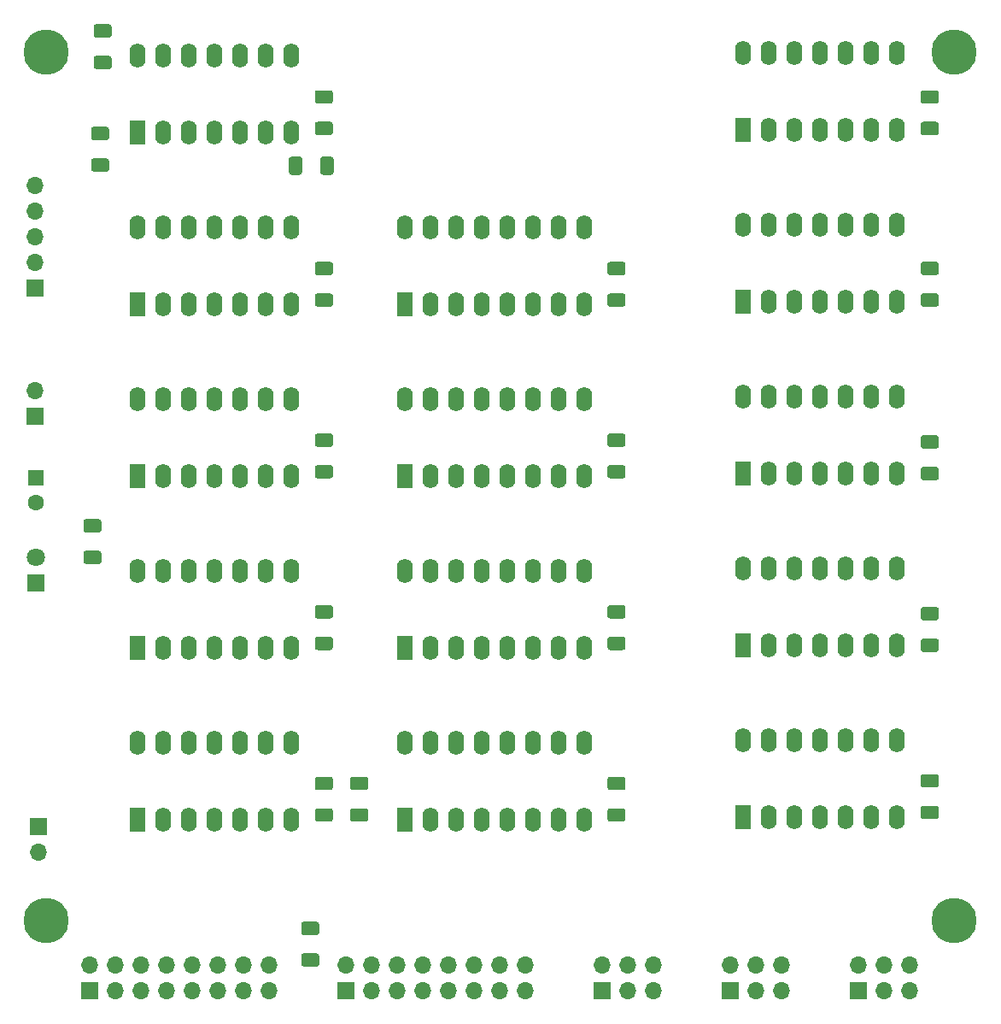
<source format=gbr>
%TF.GenerationSoftware,KiCad,Pcbnew,(5.1.9)-1*%
%TF.CreationDate,2022-04-24T21:01:58-04:00*%
%TF.ProjectId,exorcisortry2,65786f72-6369-4736-9f72-747279322e6b,rev?*%
%TF.SameCoordinates,Original*%
%TF.FileFunction,Soldermask,Top*%
%TF.FilePolarity,Negative*%
%FSLAX46Y46*%
G04 Gerber Fmt 4.6, Leading zero omitted, Abs format (unit mm)*
G04 Created by KiCad (PCBNEW (5.1.9)-1) date 2022-04-24 21:01:58*
%MOMM*%
%LPD*%
G01*
G04 APERTURE LIST*
%ADD10O,1.700000X1.700000*%
%ADD11R,1.700000X1.700000*%
%ADD12R,1.800000X1.800000*%
%ADD13C,1.800000*%
%ADD14C,4.500000*%
%ADD15O,1.600000X2.400000*%
%ADD16R,1.600000X2.400000*%
%ADD17C,1.600000*%
%ADD18R,1.600000X1.600000*%
G04 APERTURE END LIST*
%TO.C,C2*%
G36*
G01*
X34909999Y-30364000D02*
X36210001Y-30364000D01*
G75*
G02*
X36460000Y-30613999I0J-249999D01*
G01*
X36460000Y-31439001D01*
G75*
G02*
X36210001Y-31689000I-249999J0D01*
G01*
X34909999Y-31689000D01*
G75*
G02*
X34660000Y-31439001I0J249999D01*
G01*
X34660000Y-30613999D01*
G75*
G02*
X34909999Y-30364000I249999J0D01*
G01*
G37*
G36*
G01*
X34909999Y-27239000D02*
X36210001Y-27239000D01*
G75*
G02*
X36460000Y-27488999I0J-249999D01*
G01*
X36460000Y-28314001D01*
G75*
G02*
X36210001Y-28564000I-249999J0D01*
G01*
X34909999Y-28564000D01*
G75*
G02*
X34660000Y-28314001I0J249999D01*
G01*
X34660000Y-27488999D01*
G75*
G02*
X34909999Y-27239000I249999J0D01*
G01*
G37*
%TD*%
D10*
%TO.C,J6*%
X29210000Y-109220000D03*
D11*
X29210000Y-106680000D03*
%TD*%
D12*
%TO.C,D1*%
X28956000Y-82550000D03*
D13*
X28956000Y-80010000D03*
%TD*%
D14*
%TO.C,REF\u002A\u002A*%
X30000000Y-116000000D03*
%TD*%
%TO.C,REF\u002A\u002A*%
X120000000Y-116000000D03*
%TD*%
%TO.C,REF\u002A\u002A*%
X120000000Y-30000000D03*
%TD*%
%TO.C,REF\u002A\u002A*%
X30000000Y-30000000D03*
%TD*%
D10*
%TO.C,J5*%
X28844000Y-43180000D03*
X28844000Y-45720000D03*
X28844000Y-48260000D03*
X28844000Y-50800000D03*
D11*
X28844000Y-53340000D03*
%TD*%
D10*
%TO.C,J4*%
X28844000Y-63500000D03*
D11*
X28844000Y-66040000D03*
%TD*%
D10*
%TO.C,J2T1*%
X90170000Y-120396000D03*
X90170000Y-122936000D03*
X87630000Y-120396000D03*
X87630000Y-122936000D03*
X85090000Y-120396000D03*
D11*
X85090000Y-122936000D03*
%TD*%
D10*
%TO.C,J2R1*%
X102870000Y-120396000D03*
X102870000Y-122936000D03*
X100330000Y-120396000D03*
X100330000Y-122936000D03*
X97790000Y-120396000D03*
D11*
X97790000Y-122936000D03*
%TD*%
D10*
%TO.C,J2N1*%
X115570000Y-120396000D03*
X115570000Y-122936000D03*
X113030000Y-120396000D03*
X113030000Y-122936000D03*
X110490000Y-120396000D03*
D11*
X110490000Y-122936000D03*
%TD*%
D15*
%TO.C,UA2*%
X99075000Y-98171000D03*
X114315000Y-105791000D03*
X101615000Y-98171000D03*
X111775000Y-105791000D03*
X104155000Y-98171000D03*
X109235000Y-105791000D03*
X106695000Y-98171000D03*
X106695000Y-105791000D03*
X109235000Y-98171000D03*
X104155000Y-105791000D03*
X111775000Y-98171000D03*
X101615000Y-105791000D03*
X114315000Y-98171000D03*
D16*
X99075000Y-105791000D03*
%TD*%
D10*
%TO.C,J3*%
X59690000Y-120396000D03*
X62230000Y-120396000D03*
X64770000Y-120396000D03*
X67310000Y-120396000D03*
X69850000Y-120396000D03*
X72390000Y-120396000D03*
X74930000Y-120396000D03*
X77470000Y-120396000D03*
X77470000Y-122936000D03*
X74930000Y-122936000D03*
X72390000Y-122936000D03*
X69850000Y-122936000D03*
X67310000Y-122936000D03*
X64770000Y-122936000D03*
X62230000Y-122936000D03*
D11*
X59690000Y-122936000D03*
%TD*%
%TO.C,C6*%
G36*
G01*
X56845998Y-70906000D02*
X58146002Y-70906000D01*
G75*
G02*
X58396000Y-71155998I0J-249998D01*
G01*
X58396000Y-71981002D01*
G75*
G02*
X58146002Y-72231000I-249998J0D01*
G01*
X56845998Y-72231000D01*
G75*
G02*
X56596000Y-71981002I0J249998D01*
G01*
X56596000Y-71155998D01*
G75*
G02*
X56845998Y-70906000I249998J0D01*
G01*
G37*
G36*
G01*
X56845998Y-67781000D02*
X58146002Y-67781000D01*
G75*
G02*
X58396000Y-68030998I0J-249998D01*
G01*
X58396000Y-68856002D01*
G75*
G02*
X58146002Y-69106000I-249998J0D01*
G01*
X56845998Y-69106000D01*
G75*
G02*
X56596000Y-68856002I0J249998D01*
G01*
X56596000Y-68030998D01*
G75*
G02*
X56845998Y-67781000I249998J0D01*
G01*
G37*
%TD*%
D15*
%TO.C,UB5*%
X65496000Y-47386000D03*
X83276000Y-55006000D03*
X68036000Y-47386000D03*
X80736000Y-55006000D03*
X70576000Y-47386000D03*
X78196000Y-55006000D03*
X73116000Y-47386000D03*
X75656000Y-55006000D03*
X75656000Y-47386000D03*
X73116000Y-55006000D03*
X78196000Y-47386000D03*
X70576000Y-55006000D03*
X80736000Y-47386000D03*
X68036000Y-55006000D03*
X83276000Y-47386000D03*
D16*
X65496000Y-55006000D03*
%TD*%
D10*
%TO.C,J1*%
X34290000Y-120466000D03*
X36830000Y-120466000D03*
X39370000Y-120466000D03*
X41910000Y-120466000D03*
X44450000Y-120466000D03*
X46990000Y-120466000D03*
X49530000Y-120466000D03*
X52070000Y-120466000D03*
X52070000Y-123006000D03*
X49530000Y-123006000D03*
X46990000Y-123006000D03*
X44450000Y-123006000D03*
X41910000Y-123006000D03*
X39370000Y-123006000D03*
X36830000Y-123006000D03*
D11*
X34290000Y-123006000D03*
%TD*%
D15*
%TO.C,UB3*%
X65496000Y-81386000D03*
X83276000Y-89006000D03*
X68036000Y-81386000D03*
X80736000Y-89006000D03*
X70576000Y-81386000D03*
X78196000Y-89006000D03*
X73116000Y-81386000D03*
X75656000Y-89006000D03*
X75656000Y-81386000D03*
X73116000Y-89006000D03*
X78196000Y-81386000D03*
X70576000Y-89006000D03*
X80736000Y-81386000D03*
X68036000Y-89006000D03*
X83276000Y-81386000D03*
D16*
X65496000Y-89006000D03*
%TD*%
%TO.C,C17*%
G36*
G01*
X116901998Y-36902000D02*
X118202002Y-36902000D01*
G75*
G02*
X118452000Y-37151998I0J-249998D01*
G01*
X118452000Y-37977002D01*
G75*
G02*
X118202002Y-38227000I-249998J0D01*
G01*
X116901998Y-38227000D01*
G75*
G02*
X116652000Y-37977002I0J249998D01*
G01*
X116652000Y-37151998D01*
G75*
G02*
X116901998Y-36902000I249998J0D01*
G01*
G37*
G36*
G01*
X116901998Y-33777000D02*
X118202002Y-33777000D01*
G75*
G02*
X118452000Y-34026998I0J-249998D01*
G01*
X118452000Y-34852002D01*
G75*
G02*
X118202002Y-35102000I-249998J0D01*
G01*
X116901998Y-35102000D01*
G75*
G02*
X116652000Y-34852002I0J249998D01*
G01*
X116652000Y-34026998D01*
G75*
G02*
X116901998Y-33777000I249998J0D01*
G01*
G37*
%TD*%
%TO.C,C16*%
G36*
G01*
X116901998Y-53902000D02*
X118202002Y-53902000D01*
G75*
G02*
X118452000Y-54151998I0J-249998D01*
G01*
X118452000Y-54977002D01*
G75*
G02*
X118202002Y-55227000I-249998J0D01*
G01*
X116901998Y-55227000D01*
G75*
G02*
X116652000Y-54977002I0J249998D01*
G01*
X116652000Y-54151998D01*
G75*
G02*
X116901998Y-53902000I249998J0D01*
G01*
G37*
G36*
G01*
X116901998Y-50777000D02*
X118202002Y-50777000D01*
G75*
G02*
X118452000Y-51026998I0J-249998D01*
G01*
X118452000Y-51852002D01*
G75*
G02*
X118202002Y-52102000I-249998J0D01*
G01*
X116901998Y-52102000D01*
G75*
G02*
X116652000Y-51852002I0J249998D01*
G01*
X116652000Y-51026998D01*
G75*
G02*
X116901998Y-50777000I249998J0D01*
G01*
G37*
%TD*%
%TO.C,C15*%
G36*
G01*
X116901998Y-71089500D02*
X118202002Y-71089500D01*
G75*
G02*
X118452000Y-71339498I0J-249998D01*
G01*
X118452000Y-72164502D01*
G75*
G02*
X118202002Y-72414500I-249998J0D01*
G01*
X116901998Y-72414500D01*
G75*
G02*
X116652000Y-72164502I0J249998D01*
G01*
X116652000Y-71339498D01*
G75*
G02*
X116901998Y-71089500I249998J0D01*
G01*
G37*
G36*
G01*
X116901998Y-67964500D02*
X118202002Y-67964500D01*
G75*
G02*
X118452000Y-68214498I0J-249998D01*
G01*
X118452000Y-69039502D01*
G75*
G02*
X118202002Y-69289500I-249998J0D01*
G01*
X116901998Y-69289500D01*
G75*
G02*
X116652000Y-69039502I0J249998D01*
G01*
X116652000Y-68214498D01*
G75*
G02*
X116901998Y-67964500I249998J0D01*
G01*
G37*
%TD*%
%TO.C,C14*%
G36*
G01*
X116901998Y-88089500D02*
X118202002Y-88089500D01*
G75*
G02*
X118452000Y-88339498I0J-249998D01*
G01*
X118452000Y-89164502D01*
G75*
G02*
X118202002Y-89414500I-249998J0D01*
G01*
X116901998Y-89414500D01*
G75*
G02*
X116652000Y-89164502I0J249998D01*
G01*
X116652000Y-88339498D01*
G75*
G02*
X116901998Y-88089500I249998J0D01*
G01*
G37*
G36*
G01*
X116901998Y-84964500D02*
X118202002Y-84964500D01*
G75*
G02*
X118452000Y-85214498I0J-249998D01*
G01*
X118452000Y-86039502D01*
G75*
G02*
X118202002Y-86289500I-249998J0D01*
G01*
X116901998Y-86289500D01*
G75*
G02*
X116652000Y-86039502I0J249998D01*
G01*
X116652000Y-85214498D01*
G75*
G02*
X116901998Y-84964500I249998J0D01*
G01*
G37*
%TD*%
D15*
%TO.C,UA5*%
X99052000Y-47132000D03*
X114292000Y-54752000D03*
X101592000Y-47132000D03*
X111752000Y-54752000D03*
X104132000Y-47132000D03*
X109212000Y-54752000D03*
X106672000Y-47132000D03*
X106672000Y-54752000D03*
X109212000Y-47132000D03*
X104132000Y-54752000D03*
X111752000Y-47132000D03*
X101592000Y-54752000D03*
X114292000Y-47132000D03*
D16*
X99052000Y-54752000D03*
%TD*%
D15*
%TO.C,UC6*%
X38996000Y-30386000D03*
X54236000Y-38006000D03*
X41536000Y-30386000D03*
X51696000Y-38006000D03*
X44076000Y-30386000D03*
X49156000Y-38006000D03*
X46616000Y-30386000D03*
X46616000Y-38006000D03*
X49156000Y-30386000D03*
X44076000Y-38006000D03*
X51696000Y-30386000D03*
X41536000Y-38006000D03*
X54236000Y-30386000D03*
D16*
X38996000Y-38006000D03*
%TD*%
D15*
%TO.C,UC5*%
X38996000Y-47386000D03*
X54236000Y-55006000D03*
X41536000Y-47386000D03*
X51696000Y-55006000D03*
X44076000Y-47386000D03*
X49156000Y-55006000D03*
X46616000Y-47386000D03*
X46616000Y-55006000D03*
X49156000Y-47386000D03*
X44076000Y-55006000D03*
X51696000Y-47386000D03*
X41536000Y-55006000D03*
X54236000Y-47386000D03*
D16*
X38996000Y-55006000D03*
%TD*%
D15*
%TO.C,UC4*%
X38996000Y-64386000D03*
X54236000Y-72006000D03*
X41536000Y-64386000D03*
X51696000Y-72006000D03*
X44076000Y-64386000D03*
X49156000Y-72006000D03*
X46616000Y-64386000D03*
X46616000Y-72006000D03*
X49156000Y-64386000D03*
X44076000Y-72006000D03*
X51696000Y-64386000D03*
X41536000Y-72006000D03*
X54236000Y-64386000D03*
D16*
X38996000Y-72006000D03*
%TD*%
D15*
%TO.C,UC3*%
X38996000Y-98386000D03*
X54236000Y-106006000D03*
X41536000Y-98386000D03*
X51696000Y-106006000D03*
X44076000Y-98386000D03*
X49156000Y-106006000D03*
X46616000Y-98386000D03*
X46616000Y-106006000D03*
X49156000Y-98386000D03*
X44076000Y-106006000D03*
X51696000Y-98386000D03*
X41536000Y-106006000D03*
X54236000Y-98386000D03*
D16*
X38996000Y-106006000D03*
%TD*%
D15*
%TO.C,UC2*%
X38996000Y-81386000D03*
X54236000Y-89006000D03*
X41536000Y-81386000D03*
X51696000Y-89006000D03*
X44076000Y-81386000D03*
X49156000Y-89006000D03*
X46616000Y-81386000D03*
X46616000Y-89006000D03*
X49156000Y-81386000D03*
X44076000Y-89006000D03*
X51696000Y-81386000D03*
X41536000Y-89006000D03*
X54236000Y-81386000D03*
D16*
X38996000Y-89006000D03*
%TD*%
D15*
%TO.C,UB4*%
X65496000Y-64386000D03*
X83276000Y-72006000D03*
X68036000Y-64386000D03*
X80736000Y-72006000D03*
X70576000Y-64386000D03*
X78196000Y-72006000D03*
X73116000Y-64386000D03*
X75656000Y-72006000D03*
X75656000Y-64386000D03*
X73116000Y-72006000D03*
X78196000Y-64386000D03*
X70576000Y-72006000D03*
X80736000Y-64386000D03*
X68036000Y-72006000D03*
X83276000Y-64386000D03*
D16*
X65496000Y-72006000D03*
%TD*%
D15*
%TO.C,UB2*%
X65496000Y-98386000D03*
X83276000Y-106006000D03*
X68036000Y-98386000D03*
X80736000Y-106006000D03*
X70576000Y-98386000D03*
X78196000Y-106006000D03*
X73116000Y-98386000D03*
X75656000Y-106006000D03*
X75656000Y-98386000D03*
X73116000Y-106006000D03*
X78196000Y-98386000D03*
X70576000Y-106006000D03*
X80736000Y-98386000D03*
X68036000Y-106006000D03*
X83276000Y-98386000D03*
D16*
X65496000Y-106006000D03*
%TD*%
%TO.C,UA6*%
X99052000Y-37752000D03*
D15*
X114292000Y-30132000D03*
X101592000Y-37752000D03*
X111752000Y-30132000D03*
X104132000Y-37752000D03*
X109212000Y-30132000D03*
X106672000Y-37752000D03*
X106672000Y-30132000D03*
X109212000Y-37752000D03*
X104132000Y-30132000D03*
X111752000Y-37752000D03*
X101592000Y-30132000D03*
X114292000Y-37752000D03*
X99052000Y-30132000D03*
%TD*%
%TO.C,UA4*%
X99052000Y-64132000D03*
X114292000Y-71752000D03*
X101592000Y-64132000D03*
X111752000Y-71752000D03*
X104132000Y-64132000D03*
X109212000Y-71752000D03*
X106672000Y-64132000D03*
X106672000Y-71752000D03*
X109212000Y-64132000D03*
X104132000Y-71752000D03*
X111752000Y-64132000D03*
X101592000Y-71752000D03*
X114292000Y-64132000D03*
D16*
X99052000Y-71752000D03*
%TD*%
D15*
%TO.C,UA3*%
X99052000Y-81132000D03*
X114292000Y-88752000D03*
X101592000Y-81132000D03*
X111752000Y-88752000D03*
X104132000Y-81132000D03*
X109212000Y-88752000D03*
X106672000Y-81132000D03*
X106672000Y-88752000D03*
X109212000Y-81132000D03*
X104132000Y-88752000D03*
X111752000Y-81132000D03*
X101592000Y-88752000D03*
X114292000Y-81132000D03*
D16*
X99052000Y-88752000D03*
%TD*%
%TO.C,R5*%
G36*
G01*
X33893998Y-76261000D02*
X35194002Y-76261000D01*
G75*
G02*
X35444000Y-76510998I0J-249998D01*
G01*
X35444000Y-77336002D01*
G75*
G02*
X35194002Y-77586000I-249998J0D01*
G01*
X33893998Y-77586000D01*
G75*
G02*
X33644000Y-77336002I0J249998D01*
G01*
X33644000Y-76510998D01*
G75*
G02*
X33893998Y-76261000I249998J0D01*
G01*
G37*
G36*
G01*
X33893998Y-79386000D02*
X35194002Y-79386000D01*
G75*
G02*
X35444000Y-79635998I0J-249998D01*
G01*
X35444000Y-80461002D01*
G75*
G02*
X35194002Y-80711000I-249998J0D01*
G01*
X33893998Y-80711000D01*
G75*
G02*
X33644000Y-80461002I0J249998D01*
G01*
X33644000Y-79635998D01*
G75*
G02*
X33893998Y-79386000I249998J0D01*
G01*
G37*
%TD*%
%TO.C,R4*%
G36*
G01*
X55483998Y-116139000D02*
X56784002Y-116139000D01*
G75*
G02*
X57034000Y-116388998I0J-249998D01*
G01*
X57034000Y-117214002D01*
G75*
G02*
X56784002Y-117464000I-249998J0D01*
G01*
X55483998Y-117464000D01*
G75*
G02*
X55234000Y-117214002I0J249998D01*
G01*
X55234000Y-116388998D01*
G75*
G02*
X55483998Y-116139000I249998J0D01*
G01*
G37*
G36*
G01*
X55483998Y-119264000D02*
X56784002Y-119264000D01*
G75*
G02*
X57034000Y-119513998I0J-249998D01*
G01*
X57034000Y-120339002D01*
G75*
G02*
X56784002Y-120589000I-249998J0D01*
G01*
X55483998Y-120589000D01*
G75*
G02*
X55234000Y-120339002I0J249998D01*
G01*
X55234000Y-119513998D01*
G75*
G02*
X55483998Y-119264000I249998J0D01*
G01*
G37*
%TD*%
%TO.C,R3*%
G36*
G01*
X34655998Y-37399000D02*
X35956002Y-37399000D01*
G75*
G02*
X36206000Y-37648998I0J-249998D01*
G01*
X36206000Y-38474002D01*
G75*
G02*
X35956002Y-38724000I-249998J0D01*
G01*
X34655998Y-38724000D01*
G75*
G02*
X34406000Y-38474002I0J249998D01*
G01*
X34406000Y-37648998D01*
G75*
G02*
X34655998Y-37399000I249998J0D01*
G01*
G37*
G36*
G01*
X34655998Y-40524000D02*
X35956002Y-40524000D01*
G75*
G02*
X36206000Y-40773998I0J-249998D01*
G01*
X36206000Y-41599002D01*
G75*
G02*
X35956002Y-41849000I-249998J0D01*
G01*
X34655998Y-41849000D01*
G75*
G02*
X34406000Y-41599002I0J249998D01*
G01*
X34406000Y-40773998D01*
G75*
G02*
X34655998Y-40524000I249998J0D01*
G01*
G37*
%TD*%
%TO.C,R2*%
G36*
G01*
X61646002Y-103106000D02*
X60345998Y-103106000D01*
G75*
G02*
X60096000Y-102856002I0J249998D01*
G01*
X60096000Y-102030998D01*
G75*
G02*
X60345998Y-101781000I249998J0D01*
G01*
X61646002Y-101781000D01*
G75*
G02*
X61896000Y-102030998I0J-249998D01*
G01*
X61896000Y-102856002D01*
G75*
G02*
X61646002Y-103106000I-249998J0D01*
G01*
G37*
G36*
G01*
X61646002Y-106231000D02*
X60345998Y-106231000D01*
G75*
G02*
X60096000Y-105981002I0J249998D01*
G01*
X60096000Y-105155998D01*
G75*
G02*
X60345998Y-104906000I249998J0D01*
G01*
X61646002Y-104906000D01*
G75*
G02*
X61896000Y-105155998I0J-249998D01*
G01*
X61896000Y-105981002D01*
G75*
G02*
X61646002Y-106231000I-249998J0D01*
G01*
G37*
%TD*%
%TO.C,R1*%
G36*
G01*
X58471000Y-40605998D02*
X58471000Y-41906002D01*
G75*
G02*
X58221002Y-42156000I-249998J0D01*
G01*
X57395998Y-42156000D01*
G75*
G02*
X57146000Y-41906002I0J249998D01*
G01*
X57146000Y-40605998D01*
G75*
G02*
X57395998Y-40356000I249998J0D01*
G01*
X58221002Y-40356000D01*
G75*
G02*
X58471000Y-40605998I0J-249998D01*
G01*
G37*
G36*
G01*
X55346000Y-40605998D02*
X55346000Y-41906002D01*
G75*
G02*
X55096002Y-42156000I-249998J0D01*
G01*
X54270998Y-42156000D01*
G75*
G02*
X54021000Y-41906002I0J249998D01*
G01*
X54021000Y-40605998D01*
G75*
G02*
X54270998Y-40356000I249998J0D01*
G01*
X55096002Y-40356000D01*
G75*
G02*
X55346000Y-40605998I0J-249998D01*
G01*
G37*
%TD*%
%TO.C,C13*%
G36*
G01*
X116901998Y-104652000D02*
X118202002Y-104652000D01*
G75*
G02*
X118452000Y-104901998I0J-249998D01*
G01*
X118452000Y-105727002D01*
G75*
G02*
X118202002Y-105977000I-249998J0D01*
G01*
X116901998Y-105977000D01*
G75*
G02*
X116652000Y-105727002I0J249998D01*
G01*
X116652000Y-104901998D01*
G75*
G02*
X116901998Y-104652000I249998J0D01*
G01*
G37*
G36*
G01*
X116901998Y-101527000D02*
X118202002Y-101527000D01*
G75*
G02*
X118452000Y-101776998I0J-249998D01*
G01*
X118452000Y-102602002D01*
G75*
G02*
X118202002Y-102852000I-249998J0D01*
G01*
X116901998Y-102852000D01*
G75*
G02*
X116652000Y-102602002I0J249998D01*
G01*
X116652000Y-101776998D01*
G75*
G02*
X116901998Y-101527000I249998J0D01*
G01*
G37*
%TD*%
%TO.C,C12*%
G36*
G01*
X85845998Y-53906000D02*
X87146002Y-53906000D01*
G75*
G02*
X87396000Y-54155998I0J-249998D01*
G01*
X87396000Y-54981002D01*
G75*
G02*
X87146002Y-55231000I-249998J0D01*
G01*
X85845998Y-55231000D01*
G75*
G02*
X85596000Y-54981002I0J249998D01*
G01*
X85596000Y-54155998D01*
G75*
G02*
X85845998Y-53906000I249998J0D01*
G01*
G37*
G36*
G01*
X85845998Y-50781000D02*
X87146002Y-50781000D01*
G75*
G02*
X87396000Y-51030998I0J-249998D01*
G01*
X87396000Y-51856002D01*
G75*
G02*
X87146002Y-52106000I-249998J0D01*
G01*
X85845998Y-52106000D01*
G75*
G02*
X85596000Y-51856002I0J249998D01*
G01*
X85596000Y-51030998D01*
G75*
G02*
X85845998Y-50781000I249998J0D01*
G01*
G37*
%TD*%
%TO.C,C11*%
G36*
G01*
X85845998Y-70906000D02*
X87146002Y-70906000D01*
G75*
G02*
X87396000Y-71155998I0J-249998D01*
G01*
X87396000Y-71981002D01*
G75*
G02*
X87146002Y-72231000I-249998J0D01*
G01*
X85845998Y-72231000D01*
G75*
G02*
X85596000Y-71981002I0J249998D01*
G01*
X85596000Y-71155998D01*
G75*
G02*
X85845998Y-70906000I249998J0D01*
G01*
G37*
G36*
G01*
X85845998Y-67781000D02*
X87146002Y-67781000D01*
G75*
G02*
X87396000Y-68030998I0J-249998D01*
G01*
X87396000Y-68856002D01*
G75*
G02*
X87146002Y-69106000I-249998J0D01*
G01*
X85845998Y-69106000D01*
G75*
G02*
X85596000Y-68856002I0J249998D01*
G01*
X85596000Y-68030998D01*
G75*
G02*
X85845998Y-67781000I249998J0D01*
G01*
G37*
%TD*%
%TO.C,C10*%
G36*
G01*
X85845998Y-87906000D02*
X87146002Y-87906000D01*
G75*
G02*
X87396000Y-88155998I0J-249998D01*
G01*
X87396000Y-88981002D01*
G75*
G02*
X87146002Y-89231000I-249998J0D01*
G01*
X85845998Y-89231000D01*
G75*
G02*
X85596000Y-88981002I0J249998D01*
G01*
X85596000Y-88155998D01*
G75*
G02*
X85845998Y-87906000I249998J0D01*
G01*
G37*
G36*
G01*
X85845998Y-84781000D02*
X87146002Y-84781000D01*
G75*
G02*
X87396000Y-85030998I0J-249998D01*
G01*
X87396000Y-85856002D01*
G75*
G02*
X87146002Y-86106000I-249998J0D01*
G01*
X85845998Y-86106000D01*
G75*
G02*
X85596000Y-85856002I0J249998D01*
G01*
X85596000Y-85030998D01*
G75*
G02*
X85845998Y-84781000I249998J0D01*
G01*
G37*
%TD*%
%TO.C,C9*%
G36*
G01*
X85845998Y-104906000D02*
X87146002Y-104906000D01*
G75*
G02*
X87396000Y-105155998I0J-249998D01*
G01*
X87396000Y-105981002D01*
G75*
G02*
X87146002Y-106231000I-249998J0D01*
G01*
X85845998Y-106231000D01*
G75*
G02*
X85596000Y-105981002I0J249998D01*
G01*
X85596000Y-105155998D01*
G75*
G02*
X85845998Y-104906000I249998J0D01*
G01*
G37*
G36*
G01*
X85845998Y-101781000D02*
X87146002Y-101781000D01*
G75*
G02*
X87396000Y-102030998I0J-249998D01*
G01*
X87396000Y-102856002D01*
G75*
G02*
X87146002Y-103106000I-249998J0D01*
G01*
X85845998Y-103106000D01*
G75*
G02*
X85596000Y-102856002I0J249998D01*
G01*
X85596000Y-102030998D01*
G75*
G02*
X85845998Y-101781000I249998J0D01*
G01*
G37*
%TD*%
%TO.C,C8*%
G36*
G01*
X56845998Y-33781000D02*
X58146002Y-33781000D01*
G75*
G02*
X58396000Y-34030998I0J-249998D01*
G01*
X58396000Y-34856002D01*
G75*
G02*
X58146002Y-35106000I-249998J0D01*
G01*
X56845998Y-35106000D01*
G75*
G02*
X56596000Y-34856002I0J249998D01*
G01*
X56596000Y-34030998D01*
G75*
G02*
X56845998Y-33781000I249998J0D01*
G01*
G37*
G36*
G01*
X56845998Y-36906000D02*
X58146002Y-36906000D01*
G75*
G02*
X58396000Y-37155998I0J-249998D01*
G01*
X58396000Y-37981002D01*
G75*
G02*
X58146002Y-38231000I-249998J0D01*
G01*
X56845998Y-38231000D01*
G75*
G02*
X56596000Y-37981002I0J249998D01*
G01*
X56596000Y-37155998D01*
G75*
G02*
X56845998Y-36906000I249998J0D01*
G01*
G37*
%TD*%
%TO.C,C7*%
G36*
G01*
X56845998Y-53906000D02*
X58146002Y-53906000D01*
G75*
G02*
X58396000Y-54155998I0J-249998D01*
G01*
X58396000Y-54981002D01*
G75*
G02*
X58146002Y-55231000I-249998J0D01*
G01*
X56845998Y-55231000D01*
G75*
G02*
X56596000Y-54981002I0J249998D01*
G01*
X56596000Y-54155998D01*
G75*
G02*
X56845998Y-53906000I249998J0D01*
G01*
G37*
G36*
G01*
X56845998Y-50781000D02*
X58146002Y-50781000D01*
G75*
G02*
X58396000Y-51030998I0J-249998D01*
G01*
X58396000Y-51856002D01*
G75*
G02*
X58146002Y-52106000I-249998J0D01*
G01*
X56845998Y-52106000D01*
G75*
G02*
X56596000Y-51856002I0J249998D01*
G01*
X56596000Y-51030998D01*
G75*
G02*
X56845998Y-50781000I249998J0D01*
G01*
G37*
%TD*%
%TO.C,C5*%
G36*
G01*
X56845998Y-87906000D02*
X58146002Y-87906000D01*
G75*
G02*
X58396000Y-88155998I0J-249998D01*
G01*
X58396000Y-88981002D01*
G75*
G02*
X58146002Y-89231000I-249998J0D01*
G01*
X56845998Y-89231000D01*
G75*
G02*
X56596000Y-88981002I0J249998D01*
G01*
X56596000Y-88155998D01*
G75*
G02*
X56845998Y-87906000I249998J0D01*
G01*
G37*
G36*
G01*
X56845998Y-84781000D02*
X58146002Y-84781000D01*
G75*
G02*
X58396000Y-85030998I0J-249998D01*
G01*
X58396000Y-85856002D01*
G75*
G02*
X58146002Y-86106000I-249998J0D01*
G01*
X56845998Y-86106000D01*
G75*
G02*
X56596000Y-85856002I0J249998D01*
G01*
X56596000Y-85030998D01*
G75*
G02*
X56845998Y-84781000I249998J0D01*
G01*
G37*
%TD*%
%TO.C,C4*%
G36*
G01*
X56845998Y-104906000D02*
X58146002Y-104906000D01*
G75*
G02*
X58396000Y-105155998I0J-249998D01*
G01*
X58396000Y-105981002D01*
G75*
G02*
X58146002Y-106231000I-249998J0D01*
G01*
X56845998Y-106231000D01*
G75*
G02*
X56596000Y-105981002I0J249998D01*
G01*
X56596000Y-105155998D01*
G75*
G02*
X56845998Y-104906000I249998J0D01*
G01*
G37*
G36*
G01*
X56845998Y-101781000D02*
X58146002Y-101781000D01*
G75*
G02*
X58396000Y-102030998I0J-249998D01*
G01*
X58396000Y-102856002D01*
G75*
G02*
X58146002Y-103106000I-249998J0D01*
G01*
X56845998Y-103106000D01*
G75*
G02*
X56596000Y-102856002I0J249998D01*
G01*
X56596000Y-102030998D01*
G75*
G02*
X56845998Y-101781000I249998J0D01*
G01*
G37*
%TD*%
D17*
%TO.C,C3*%
X28956000Y-74636000D03*
D18*
X28956000Y-72136000D03*
%TD*%
M02*

</source>
